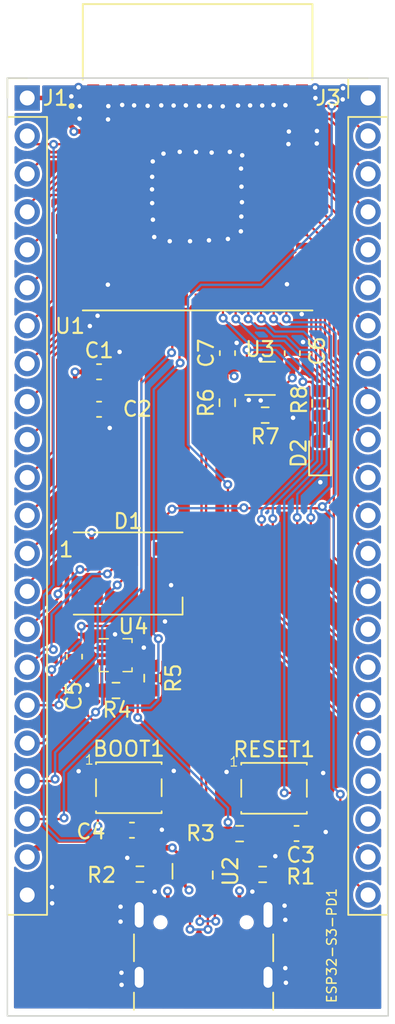
<source format=kicad_pcb>
(kicad_pcb (version 20221018) (generator pcbnew)
  (layers (0 "F.Cu" signal "L1") (1 "In1.Cu" signal "L2") (2 "In2.Cu" signal "L3") (31 "B.Cu" signal "L4") (34 "B.Paste" user) (35 "F.Paste" user) (36 "B.SilkS" user "B.Silkscreen") (37 "F.SilkS" user "F.Silkscreen") (38 "B.Mask" user) (39 "F.Mask" user) (44 "Edge.Cuts" user))
  (net 0 "")
  (net 1 "GND")
  (net 2 "/3V3")
  (net 3 "/ESP32_EN")
  (net 4 "/GPIO0")
  (net 5 "/5VUSB")
  (net 7 "/GPIO48")
  (net 8 "Net-(D2-A)")
  (net 9 "/GPIO1")
  (net 10 "/GPIO2")
  (net 11 "/GPIO3")
  (net 12 "/GPIO4")
  (net 13 "/GPIO5")
  (net 14 "/GPIO6")
  (net 15 "/GPIO7")
  (net 16 "/GPIO8")
  (net 17 "/GPIO9")
  (net 18 "/GPIO10")
  (net 19 "/GPIO11")
  (net 20 "/GPIO12")
  (net 21 "/GPIO13")
  (net 22 "/GPIO14")
  (net 23 "/GPIO15")
  (net 24 "/GPIO16")
  (net 25 "/I2C_SCL")
  (net 26 "/I2C_SDA")
  (net 27 "/GPIO46")
  (net 28 "/GPIO45")
  (net 29 "/RXD")
  (net 30 "/TXD")
  (net 31 "/GPIO42")
  (net 32 "/GPIO41")
  (net 33 "/GPIO40")
  (net 34 "/GPIO39")
  (net 35 "/GPIO38")
  (net 36 "/GPIO37")
  (net 37 "/GPIO36")
  (net 38 "/GPIO35")
  (net 39 "/GPIO34")
  (net 40 "/GPIO33")
  (net 41 "/GPIO26")
  (net 42 "/GPIO21")
  (net 43 "/USB_N")
  (net 44 "/USB_P")
  (net 45 "/GPIO47")
  (net 46 "Net-(JUSB1-CC1)")
  (net 48 "Net-(JUSB1-CC2)")
  (net 50 "Net-(U3-FB)")
  (footprint "Capacitor_SMD:C_0603_1608Metric" (layer "F.Cu") (at 129 83.75 90)
    (fp_text reference "C7")
    (fp_text value "10uF" hide)
  )
  (footprint "Resistor_SMD:R_0603_1608Metric" (layer "F.Cu") (at 121.525 106.33)
    (fp_text reference "R4")
    (fp_text value "10k" hide)
  )
  (footprint "Button_Switch_SMD:SW_SPST_PTS810" (layer "F.Cu") (at 122.385 112.835)
    (fp_text reference "BOOT1")
    (fp_text value "~" hide)
  )
  (footprint "Resistor_SMD:R_0603_1608Metric" (layer "F.Cu") (at 135.2 87.115 -90)
    (fp_text reference "R8")
    (fp_text value "5.1k" hide)
  )
  (footprint "Capacitor_SMD:C_0603_1608Metric" (layer "F.Cu") (at 118.74 104.065 -90)
    (fp_text reference "C5")
    (fp_text value "0.1uF" hide)
  )
  (footprint "ESP32-S3-MINI-1-N8:XCVR_ESP32-S3-MINI-1-N8" (layer "F.Cu") (at 127 73.167)
    (fp_text reference "U1")
    (fp_text value "ESP32-S3-MINI-1-N8" hide)
  )
  (footprint "Capacitor_SMD:C_0603_1608Metric" (layer "F.Cu") (at 120.39 85)
    (fp_text reference "C1")
    (fp_text value "0.1uF" hide)
  )
  (footprint "LED_SMD:LED_WS2812B_PLCC4_5.0x5.0mm_P3.2mm" (layer "F.Cu") (at 122.34 98.5)
    (fp_text reference "D1")
    (fp_text value "WS2812B" hide)
  )
  (footprint "Connector_PinHeader_2.54mm:PinHeader_1x22_P2.54mm_Vertical" (layer "F.Cu") (at 138.43 66.675)
    (fp_text reference "J3")
    (fp_text value "~" hide)
  )
  (footprint "Resistor_SMD:R_0603_1608Metric" (layer "F.Cu") (at 123.13 118.62 180)
    (fp_text reference "R2")
    (fp_text value "5.1k" hide)
  )
  (footprint "Capacitor_SMD:C_0603_1608Metric" (layer "F.Cu") (at 133.635 115.9)
    (fp_text reference "C3")
    (fp_text value "0.1uF" hide)
  )
  (footprint "Capacitor_SMD:C_0603_1608Metric" (layer "F.Cu") (at 122.595 115.68)
    (fp_text reference "C4")
    (fp_text value "0.1uF" hide)
  )
  (footprint "Button_Switch_SMD:SW_SPST_PTS810" (layer "F.Cu") (at 132.125 112.875)
    (fp_text reference "RESET1")
    (fp_text value "~" hide)
  )
  (footprint "LED_SMD:LED_0603_1608Metric" (layer "F.Cu") (at 135.21 90.4475 90)
    (fp_text reference "D2")
    (fp_text value "LED" hide)
  )
  (footprint "Connector_USB:USB_C_Receptacle_GCT_USB4105-xx-A_16P_TopMnt_Horizontal" (layer "F.Cu") (at 127.4 124.45)
    (fp_text reference "JUSB1" hide)
    (fp_text value "USB_C_Receptacle_USB2.0" hide)
  )
  (footprint "Package_SON:WSON-6-1EP_2x2mm_P0.65mm_EP1x1.6mm" (layer "F.Cu") (at 131.1875 85.44)
    (fp_text reference "U3")
    (fp_text value "TLV75801PDRV" hide)
  )
  (footprint "Resistor_SMD:R_0603_1608Metric" (layer "F.Cu") (at 131.36 118.64)
    (fp_text reference "R1")
    (fp_text value "5.1k" hide)
  )
  (footprint "Package_DFN_QFN:Diodes_UDFN-10_1.0x2.5mm_P0.5mm" (layer "F.Cu") (at 126.664107 118.4275 -90)
    (fp_text reference "U2")
    (fp_text value "D3V3XA4B10LP" hide)
  )
  (footprint "Resistor_SMD:R_0603_1608Metric" (layer "F.Cu") (at 123.94 105.505 -90)
    (fp_text reference "R5")
    (fp_text value "10k" hide)
  )
  (footprint "Resistor_SMD:R_0603_1608Metric" (layer "F.Cu") (at 128.99 87.07 90)
    (fp_text reference "R6")
    (fp_text value "1M" hide)
  )
  (footprint "Resistor_SMD:R_0603_1608Metric" (layer "F.Cu") (at 131.53 87.9 180)
    (fp_text reference "R7")
    (fp_text value "200k" hide)
  )
  (footprint "Capacitor_SMD:C_0603_1608Metric" (layer "F.Cu") (at 133.35 83.755 90)
    (fp_text reference "C6")
    (fp_text value "10uF" hide)
  )
  (footprint "Connector_PinHeader_2.54mm:PinHeader_1x22_P2.54mm_Vertical" (layer "F.Cu") (at 115.57 66.675)
    (fp_text reference "J1")
    (fp_text value "~" hide)
  )
  (footprint "Capacitor_SMD:C_0603_1608Metric" (layer "F.Cu") (at 120.39 87.51)
    (fp_text reference "C2")
    (fp_text value "10uF" hide)
  )
  (footprint "Package_DFN_QFN:AMS_QFN-4-1EP_2x2mm_P0.95mm_EP0.7x1.6mm" (layer "F.Cu") (at 121.5 103.965)
    (fp_text reference "U4")
    (fp_text value "ENS210" hide)
  )
  (footprint "Resistor_SMD:R_0603_1608Metric" (layer "F.Cu") (at 129.815 115.91 180)
    (fp_text reference "R3")
    (fp_text value "10k" hide)
  )
  (gr_rect (start 114.24 65.34) (end 139.78 128.11) (stroke (width 0.1)) (fill none) (layer "Edge.Cuts"))
  (gr_text "1" (at 129.08 111.47) (layer "F.SilkS") (effects (font (size 0.635 0.635) (thickness 0.0762) bold) (justify left bottom)))
  (gr_text "ESP32-S3-PD1" (at 136.37 127.31 90) (layer "F.SilkS") (effects (font (size 0.635 0.635) (thickness 0.1016) bold) (justify left bottom)))
  (gr_text "1" (at 119.38 111.34) (layer "F.SilkS") (effects (font (size 0.635 0.635) (thickness 0.0762)) (justify left bottom)))
  (segment (start 135.21 91.235) (end 135.21 92.37) (width 0.254) (layer "F.Cu") (net 1))
  (segment (start 123.39 103.46) (end 122.48 103.46) (width 0.254) (layer "F.Cu") (net 1))
  (segment (start 135.21 92.37) (end 135.23 92.39) (width 0.254) (layer "F.Cu") (net 1))
  (segment (start 133.4 88.08) (end 132.535 88.08) (width 0.254) (layer "F.Cu") (net 1))
  (segment (start 131.1875 86.8775) (end 131.23 86.92) (width 0.254) (layer "F.Cu") (net 1))
  (segment (start 118.74 104.84) (end 118.74 105.09) (width 0.254) (layer "F.Cu") (net 1))
  (segment (start 133.38 83.01) (end 133.35 82.98) (width 0.254) (layer "F.Cu") (net 1))
  (segment (start 124.12 119.79) (end 124.12 120.69) (width 0.254) (layer "F.Cu") (net 1))
  (segment (start 130.05 111.8) (end 128.96 111.8) (width 0.254) (layer "F.Cu") (net 1))
  (segment (start 125.4 111.71) (end 124.51 111.71) (width 0.254) (layer "F.Cu") (net 1))
  (segment (start 120.31 111.76) (end 119.048628 111.76) (width 0.254) (layer "F.Cu") (net 1))
  (segment (start 123.4 115.65) (end 123.37 115.68) (width 0.1524) (layer "F.Cu") (net 1))
  (segment (start 130.67 120.7) (end 130.6 120.77) (width 0.254) (layer "F.Cu") (net 1))
  (segment (start 124.79 100.15) (end 124.79 101.69) (width 0.254) (layer "F.Cu") (net 1))
  (segment (start 131.1875 85.44) (end 131.1875 86.8775) (width 0.254) (layer "F.Cu") (net 1))
  (segment (start 134.2 111.8) (end 135.37 111.8) (width 0.254) (layer "F.Cu") (net 1))
  (segment (start 120.84 88.74) (end 120.78 88.8) (width 0.254) (layer "F.Cu") (net 1))
  (segment (start 129.616676 83.063324) (end 129.528352 82.975) (width 0.254) (layer "F.Cu") (net 1))
  (segment (start 134.51 115.8) (end 134.41 115.9) (width 0.1524) (layer "F.Cu") (net 1))
  (segment (start 124.12 120.69) (end 124.2 120.77) (width 0.254) (layer "F.Cu") (net 1))
  (segment (start 119.048628 111.76) (end 119.019066 111.730438) (width 0.254) (layer "F.Cu") (net 1))
  (segment (start 132.21 118.615) (end 132.185 118.64) (width 0.1524) (layer "F.Cu") (net 1))
  (segment (start 124.6 115.65) (end 123.4 115.65) (width 0.1524) (layer "F.Cu") (net 1))
  (segment (start 132.535 88.08) (end 132.355 87.9) (width 0.254) (layer "F.Cu") (net 1))
  (segment (start 129.528352 82.975) (end 129 82.975) (width 0.254) (layer "F.Cu") (net 1))
  (segment (start 120.84 87.55) (end 120.84 88.74) (width 0.254) (layer "F.Cu") (net 1))
  (segment (start 118.74 105.09) (end 119.61 105.96) (width 0.254) (layer "F.Cu") (net 1))
  (segment (start 132.21 117.42) (end 132.21 118.615) (width 0.1524) (layer "F.Cu") (net 1))
  (segment (start 135.37 111.8) (end 135.42 111.85) (width 0.254) (layer "F.Cu") (net 1))
  (segment (start 128.96 111.8) (end 128.94 111.78) (width 0.254) (layer "F.Cu") (net 1))
  (segment (start 121.44 83.71) (end 121.44 84.44) (width 0.254) (layer "F.Cu") (net 1))
  (segment (start 122.48 103.46) (end 122.45 103.49) (width 0.254) (layer "F.Cu") (net 1))
  (segment (start 121.44 84.44) (end 120.84 85.04) (width 0.254) (layer "F.Cu") (net 1))
  (segment (start 122.28 118.595) (end 122.305 118.62) (width 0.1524) (layer "F.Cu") (net 1))
  (segment (start 130.3 86.09) (end 130.3 86.76) (width 0.254) (layer "F.Cu") (net 1))
  (segment (start 124.51 111.71) (end 124.46 111.76) (width 0.254) (layer "F.Cu") (net 1))
  (segment (start 130.3 86.76) (end 130.43 86.89) (width 0.254) (layer "F.Cu") (net 1))
  (segment (start 135.59 115.8) (end 134.51 115.8) (width 0.1524) (layer "F.Cu") (net 1))
  (segment (start 124.79 101.69) (end 124.81 101.71) (width 0.254) (layer "F.Cu") (net 1))
  (segment (start 130.67 119.79) (end 130.67 120.7) (width 0.254) (layer "F.Cu") (net 1))
  (segment (start 134.07 83.01) (end 133.38 83.01) (width 0.254) (layer "F.Cu") (net 1))
  (segment (start 122.28 117.53) (end 122.28 118.595) (width 0.1524) (layer "F.Cu") (net 1))
  (via (at 125.13 76.26) (size 0.604799) (drill 0.299999) (layers "F.Cu" "B.Cu") (net 1))
  (via (at 121.105 88.76) (size 0.604799) (drill 0.299999) (layers "F.Cu" "B.Cu") (net 1))
  (via (at 121.9 126.03) (size 0.604799) (drill 0.299999) (layers "F.Cu" "B.Cu") (net 1))
  (via (at 126.21 67.17) (size 0.604799) (drill 0.299999) (layers "F.Cu" "B.Cu") (net 1))
  (via (at 119.019066 111.730438) (size 0.604799) (drill 0.299999) (layers "F.Cu" "B.Cu") (net 1))
  (via (at 132.83 120.73) (size 0.604799) (drill 0.299999) (layers "F.Cu" "B.Cu") (net 1))
  (via (at 129.97 73.65) (size 0.604799) (drill 0.299999) (layers "F.Cu" "B.Cu") (net 1))
  (via (at 123.39 103.46) (size 0.604799) (drill 0.299999) (layers "F.Cu" "B.Cu") (net 1))
  (via (at 120.29 81.25) (size 0.604799) (drill 0.299999) (layers "F.Cu" "B.Cu") (net 1))
  (via (at 119.61 105.96) (size 0.604799) (drill 0.299999) (layers "F.Cu" "B.Cu") (net 1))
  (via (at 133.98 81.14) (size 0.604799) (drill 0.299999) (layers "F.Cu" "B.Cu") (net 1))
  (via (at 132.09 67.14) (size 0.604799) (drill 0.299999) (layers "F.Cu" "B.Cu") (net 1))
  (via (at 130.43 86.89) (size 0.604799) (drill 0.299999) (layers "F.Cu" "B.Cu") (net 1))
  (via (at 126.49 76.26) (size 0.604799) (drill 0.299999) (layers "F.Cu" "B.Cu") (net 1))
  (via (at 124.12 119.79) (size 0.604799) (drill 0.299999) (layers "F.Cu" "B.Cu") (net 1))
  (via (at 121.83 120.8) (size 0.604799) (drill 0.299999) (layers "F.Cu" "B.Cu") (net 1))
  (via (at 132.21 117.42) (size 0.604799) (drill 0.299999) (layers "F.Cu" "B.Cu") (net 1))
  (via (at 136.75 66.02) (size 0.604799) (drill 0.299999) (layers "F.Cu" "B.Cu") (net 1))
  (via (at 119.1 67.22) (size 0.604799) (drill 0.299999) (layers "F.Cu" "B.Cu") (net 1))
  (via (at 127.098021 67.197065) (size 0.604799) (drill 0.299999) (layers "F.Cu" "B.Cu") (net 1))
  (via (at 124 74.82) (size 0.604799) (drill 0.299999) (layers "F.Cu" "B.Cu") (net 1))
  (via (at 125.39 67.18) (size 0.604799) (drill 0.299999) (layers "F.Cu" "B.Cu") (net 1))
  (via (at 120.99 68.11) (size 0.604799) (drill 0.299999) (layers "F.Cu" "B.Cu") (net 1))
  (via (at 131.33 67.18) (size 0.604799) (drill 0.299999) (layers "F.Cu" "B.Cu") (net 1))
  (via (at 121.01 67.22) (size 0.604799) (drill 0.299999) (layers "F.Cu" "B.Cu") (net 1))
  (via (at 129.99 70.51) (size 0.604799) (drill 0.299999) (layers "F.Cu" "B.Cu") (net 1))
  (via (at 132.89 67.16) (size 0.604799) (drill 0.299999) (layers "F.Cu" "B.Cu") (net 1))
  (via (at 119.01 65.96) (size 0.604799) (drill 0.299999) (layers "F.Cu" "B.Cu") (net 1))
  (via (at 129.94 72.61) (size 0.604799) (drill 0.299999) (layers "F.Cu" "B.Cu") (net 1))
  (via (at 135 68.88) (size 0.604799) (drill 0.299999) (layers "F.Cu" "B.Cu") (net 1))
  (via (at 124.71 70.4) (size 0.604799) (drill 0.299999) (layers "F.Cu" "B.Cu") (net 1))
  (via (at 121.83 121.8) (size 0.604799) (drill 0.299999) (layers "F.Cu" "B.Cu") (net 1))
  (via (at 127.94 70.33) (size 0.604799) (drill 0.299999) (layers "F.Cu" "B.Cu") (net 1))
  (via (at 134.88 65.98) (size 0.604799) (drill 0.299999) (layers "F.Cu" "B.Cu") (net 1))
  (via (at 124.56 67.17) (size 0.604799) (drill 0.299999) (layers "F.Cu" "B.Cu") (net 1))
  (via (at 130.67 119.79) (size 0.604799) (drill 0.299999) (layers "F.Cu" "B.Cu") (net 1))
  (via (at 124.09 75.98) (size 0.604799) (drill 0.299999) (layers "F.Cu" "B.Cu") (net 1))
  (via (at 133.09 69.76) (size 0.604799) (drill 0.299999) (layers "F.Cu" "B.Cu") (net 1))
  (via (at 122.28 117.53) (size 0.604799) (drill 0.299999) (layers "F.Cu" "B.Cu") (net 1))
  (via (at 123.95 71.95) (size 0.604799) (drill 0.299999) (layers "F.Cu" "B.Cu") (net 1))
  (via (at 133.4 88.08) (size 0.604799) (drill 0.299999) (layers "F.Cu" "B.Cu") (net 1))
  (via (at 125.4 111.71) (size 0.604799) (drill 0.299999) (layers "F.Cu" "B.Cu") (net 1))
  (via (at 117.23 119.48) (size 0.604799) (drill 0.299999) (layers "F.Cu" "B.Cu") (net 1))
  (via (at 121.46 102.57) (size 0.604799) (drill 0.299999) (layers "F.Cu" "B.Cu") (net 1))
  (via (at 134.07 83.01) (size 0.604799) (drill 0.299999) (layers "F.Cu" "B.Cu") (net 1))
  (via (at 129.9 75.6) (size 0.604799) (drill 0.299999) (layers "F.Cu" "B.Cu") (net 1))
  (via (at 132.88 121.68) (size 0.604799) (drill 0.299999) (layers "F.Cu" "B.Cu") (net 1))
  (via (at 136.73 66.77) (size 0.604799) (drill 0.299999) (layers "F.Cu" "B.Cu") (net 1))
  (via (at 129.71 67.18) (size 0.604799) (drill 0.299999) (layers "F.Cu" "B.Cu") (net 1))
  (via (at 132.92 125.89) (size 0.604799) (drill 0.299999) (layers "F.Cu" "B.Cu") (net 1))
  (via (at 125.22 99.28) (size 0.604799) (drill 0.299999) (layers "F.Cu" "B.Cu") (net 1))
  (via (at 128.685575 67.235598) (size 0.604799) (drill 0.299999) (layers "F.Cu" "B.Cu") (net 1))
  (via (at 129.93 74.61) (size 0.604799) (drill 0.299999) (layers "F.Cu" "B.Cu") (net 1))
  (via (at 127.76 76.2) (size 0.604799) (drill 0.299999) (layers "F.Cu" "B.Cu") (net 1))
  (via (at 123.94 72.79) (size 0.604799) (drill 0.299999) (layers "F.Cu" "B.Cu") (net 1))
  (via (at 135.23 92.39) (size 0.604799) (drill 0.299999) (layers "F.Cu" "B.Cu") (net 1))
  (via (at 124.81 101.71) (size 0.604799) (drill 0.299999) (layers "F.Cu" "B.Cu") (net 1))
  (via (at 124.6 115.65) (size 0.604799) (drill 0.299999) (layers "F.Cu" "B.Cu") (net 1))
  (via (at 123.645478 67.197065) (size 0.604799) (drill 0.299999) (layers "F.Cu" "B.Cu") (net 1))
  (via (at 126.89 70.29) (size 0.604799) (drill 0.299999) (layers "F.Cu" "B.Cu") (net 1))
  (via (at 121.89 125.22) (size 0.604799) (drill 0.299999) (layers "F.Cu" "B.Cu") (net 1))
  (via (at 121.94 67.14) (size 0.604799) (drill 0.299999) (layers "F.Cu" "B.Cu") (net 1))
  (via (at 119.08 68.06) (size 0.604799) (drill 0.299999) (layers "F.Cu" "B.Cu") (net 1))
  (via (at 129.03 76.11) (size 0.604799) (drill 0.299999) (layers "F.Cu" "B.Cu") (net 1))
  (via (at 131.23 86.92) (size 0.604799) (drill 0.299999) (layers "F.Cu" "B.Cu") (net 1))
  (via (at 129.91 71.4) (size 0.604799) (drill 0.299999) (layers "F.Cu" "B.Cu") (net 1))
  (via (at 129.16 70.28) (size 0.604799) (drill 0.299999) (layers "F.Cu" "B.Cu") (net 1))
  (via (at 122.74 67.17) (size 0.604799) (drill 0.299999) (layers "F.Cu" "B.Cu") (net 1))
  (via (at 117.24 120.57) (size 0.604799) (drill 0.299999) (layers "F.Cu" "B.Cu") (net 1))
  (via (at 125.8 70.28) (size 0.604799) (drill 0.299999) (layers "F.Cu" "B.Cu") (net 1))
  (via (at 123.95 73.71) (size 0.604799) (drill 0.299999) (layers "F.Cu" "B.Cu") (net 1))
  (via (at 131.21 84.17) (size 0.604799) (drill 0.299999) (layers "F.Cu" "B.Cu") (net 1))
  (via (at 132.88 124.91) (size 0.604799) (drill 0.299999) (layers "F.Cu" "B.Cu") (net 1))
  (via (at 132.99 79.14) (size 0.604799) (drill 0.299999) (layers "F.Cu" "B.Cu") (net 1))
  (via (at 128.94 111.78) (size 0.604799) (drill 0.299999) (layers "F.Cu" "B.Cu") (net 1))
  (via (at 119.77 81.94) (size 0.604799) (drill 0.299999) (layers "F.Cu" "B.Cu") (net 1))
  (via (at 127.822439 67.227891) (size 0.604799) (drill 0.299999) (layers "F.Cu" "B.Cu") (net 1))
  (via (at 130.519739 67.173945) (size 0.604799) (drill 0.299999) (layers "F.Cu" "B.Cu") (net 1))
  (via (at 120.98 79.17) (size 0.604799) (drill 0.299999) (layers "F.Cu" "B.Cu") (net 1))
  (via (at 134.99 69.72) (size 0.604799) (drill 0.299999) (layers "F.Cu" "B.Cu") (net 1))
  (via (at 118.53 66.57) (size 0.604799) (drill 0.299999) (layers "F.Cu" "B.Cu") (net 1))
  (via (at 135.42 111.85) (size 0.604799) (drill 0.299999) (layers "F.Cu" "B.Cu") (net 1))
  (via (at 123.99 70.92) (size 0.604799) (drill 0.299999) (layers "F.Cu" "B.Cu") (net 1))
  (via (at 133.12 68.92) (size 0.604799) (drill 0.299999) (layers "F.Cu" "B.Cu") (net 1))
  (via (at 134.9 66.68) (size 0.604799) (drill 0.299999) (layers "F.Cu" "B.Cu") (net 1))
  (via (at 135.59 115.8) (size 0.604799) (drill 0.299999) (layers "F.Cu" "B.Cu") (net 1))
  (via (at 129.616676 83.063324) (size 0.604799) (drill 0.299999) (layers "F.Cu" "B.Cu") (net 1))
  (via (at 121.765 83.67) (size 0.604799) (drill 0.299999) (layers "F.Cu" "B.Cu") (net 1))
  (segment (start 118.24 97.17) (end 118.24 102.79) (width 0.3048) (layer "F.Cu") (net 2))
  (segment (start 130.3 83.55) (end 130.31 83.54) (width 0.1524) (layer "F.Cu") (net 2))
  (segment (start 118.94 103.49) (end 118.74 103.29) (width 0.1524) (layer "F.Cu") (net 2))
  (segment (start 118.74 103.29) (end 118.06 103.29) (width 0.1524) (layer "F.Cu") (net 2))
  (segment (start 134.578632 85.668632) (end 135.2 86.29) (width 0.1524) (layer "F.Cu") (net 2))
  (segment (start 119.89 96.85) (end 118.56 96.85) (width 0.3048) (layer "F.Cu") (net 2))
  (segment (start 119.26 85.01) (end 119.29 85.04) (width 0.3048) (layer "F.Cu") (net 2))
  (segment (start 119.89 96.85) (end 119.89 95.76) (width 0.3048) (layer "F.Cu") (net 2))
  (segment (start 117.85 105.2) (end 119.628217 106.978217) (width 0.1524) (layer "F.Cu") (net 2))
  (segment (start 119.628217 106.978217) (end 119.628217 107.995572) (width 0.1524) (layer "F.Cu") (net 2))
  (segment (start 122.98 106.96) (end 122.35 106.33) (width 0.1524) (layer "F.Cu") (net 2))
  (segment (start 116.641 66.675) (end 118.883 68.917) (width 0.3048) (layer "F.Cu") (net 2))
  (segment (start 118.56 96.85) (end 118.24 97.17) (width 0.3048) (layer "F.Cu") (net 2))
  (segment (start 119.628217 107.995572) (end 119.937781 108.305136) (width 0.1524) (layer "F.Cu") (net 2))
  (segment (start 122.98 108.14) (end 122.98 106.96) (width 0.1524) (layer "F.Cu") (net 2))
  (segment (start 118.78 85.01) (end 119.26 85.01) (width 0.3048) (layer "F.Cu") (net 2))
  (segment (start 118.883 68.917) (end 120 68.917) (width 0.3048) (layer "F.Cu") (net 2))
  (segment (start 120.374864 108.305136) (end 122.35 106.33) (width 0.1524) (layer "F.Cu") (net 2))
  (segment (start 118.24 102.79) (end 118.74 103.29) (width 0.3048) (layer "F.Cu") (net 2))
  (segment (start 129.04 115.15) (end 129.04 115.86) (width 0.1524) (layer "F.Cu") (net 2))
  (segment (start 122.35 106.33) (end 123.94 106.33) (width 0.1524) (layer "F.Cu") (net 2))
  (segment (start 115.57 66.675) (end 116.641 66.675) (width 0.3048) (layer "F.Cu") (net 2))
  (segment (start 129.04 115.86) (end 128.99 115.91) (width 0.1524) (layer "F.Cu") (net 2))
  (segment (start 120.55 103.49) (end 118.94 103.49) (width 0.1524) (layer "F.Cu") (net 2))
  (segment (start 134.058426 85.668632) (end 134.578632 85.668632) (width 0.1524) (layer "F.Cu") (net 2))
  (segment (start 117.85 103.5) (end 117.85 105.2) (width 0.1524) (layer "F.Cu") (net 2))
  (segment (start 129 84.844832) (end 129 84.525) (width 0.3048) (layer "F.Cu") (net 2))
  (segment (start 118.78 87.04) (end 119.29 87.55) (width 0.3048) (layer "F.Cu") (net 2))
  (segment (start 119.937781 108.305136) (end 120.374864 108.305136) (width 0.1524) (layer "F.Cu") (net 2))
  (segment (start 129 86.235) (end 129 84.525) (width 0.1524) (layer "F.Cu") (net 2))
  (segment (start 130.3 84.79) (end 130.3 83.55) (width 0.1524) (layer "F.Cu") (net 2))
  (segment (start 118.06 103.29) (end 117.85 103.5) (width 0.1524) (layer "F.Cu") (net 2))
  (segment (start 129.44926 85.294092) (end 129 84.844832) (width 0.3048) (layer "F.Cu") (net 2))
  (segment (start 128.99 86.245) (end 129 86.235) (width 0.1524) (layer "F.Cu") (net 2))
  (segment (start 130.3 84.79) (end 129.265 84.79) (width 0.39116) (layer "F.Cu") (net 2))
  (segment (start 118.78 85.01) (end 118.78 87.04) (width 0.3048) (layer "F.Cu") (net 2))
  (segment (start 129.265 84.79) (end 129 84.525) (width 0.39116) (layer "F.Cu") (net 2))
  (via (at 122.98 108.14) (size 0.604799) (drill 0.299999) (layers "F.Cu" "B.Cu") (net 2))
  (via (at 118.7 68.92) (size 0.604799) (drill 0.299999) (layers "F.Cu" "B.Cu") (net 2))
  (via (at 118.78 85.01) (size 0.604799) (drill 0.299999) (layers "F.Cu" "B.Cu") (net 2))
  (via (at 129.44926 85.294092) (size 0.604799) (drill 0.299999) (layers "F.Cu" "B.Cu") (net 2))
  (via (at 129.04 115.15) (size 0.604799) (drill 0.299999) (layers "F.Cu" "B.Cu") (net 2))
  (via (at 134.058426 85.668632) (size 0.604799) (drill 0.299999) (layers "F.Cu" "B.Cu") (net 2))
  (via (at 119.89 95.76) (size 0.604799) (drill 0.299999) (layers "F.Cu" "B.Cu") (net 2))
  (via (at 130.31 83.54) (size 0.604799) (drill 0.299999) (layers "F.Cu" "B.Cu") (net 2))
  (segment (start 134.058426 85.348426) (end 132.25 83.54) (width 0.1524) (layer "B.Cu") (net 2))
  (segment (start 134.058426 85.668632) (end 134.058426 85.348426) (width 0.1524) (layer "B.Cu") (net 2))
  (segment (start 129.04 115.15) (end 129.04 114.2) (width 0.1524) (layer "B.Cu") (net 2))
  (segment (start 129.04 114.2) (end 122.98 108.14) (width 0.1524) (layer "B.Cu") (net 2))
  (segment (start 132.25 83.54) (end 130.31 83.54) (width 0.1524) (layer "B.Cu") (net 2))
  (segment (start 130.05 113.95) (end 128.411541 112.311541) (width 0.1524) (layer "F.Cu") (net 3))
  (segment (start 134.2 113.95) (end 130.05 113.95) (width 0.1524) (layer "F.Cu") (net 3))
  (segment (start 129.03 92.55) (end 129.02 92.54) (width 0.1524) (layer "F.Cu") (net 3))
  (segment (start 132.86 115.9) (end 130.91 113.95) (width 0.1524) (layer "F.Cu") (net 3))
  (segment (start 138.43 69.215) (end 136.432 67.217) (width 0.1524) (layer "F.Cu") (net 3))
  (segment (start 128.411541 111.561105) (end 129.03 110.942646) (width 0.1524) (layer "F.Cu") (net 3))
  (segment (start 130.91 113.95) (end 130.05 113.95) (width 0.1524) (layer "F.Cu") (net 3))
  (segment (start 130.64 115.91) (end 130.05 115.32) (width 0.1524) (layer "F.Cu") (net 3))
  (segment (start 135.99 67.217) (end 134 67.217) (width 0.1524) (layer "F.Cu") (net 3))
  (segment (start 129.03 110.942646) (end 129.03 92.55) (width 0.1524) (layer "F.Cu") (net 3))
  (segment (start 128.411541 112.311541) (end 128.411541 111.561105) (width 0.1524) (layer "F.Cu") (net 3))
  (segment (start 130.05 115.32) (end 130.05 113.95) (width 0.1524) (layer "F.Cu") (net 3))
  (segment (start 136.432 67.217) (end 135.99 67.217) (width 0.1524) (layer "F.Cu") (net 3))
  (via (at 135.99 67.217) (size 0.604799) (drill 0.299999) (layers "F.Cu" "B.Cu") (net 3))
  (via (at 129.02 92.54) (size 0.604799) (drill 0.299999) (layers "F.Cu" "B.Cu") (net 3))
  (segment (start 135.99 74.45) (end 135.99 67.217) (width 0.1524) (layer "B.Cu") (net 3))
  (segment (start 127.23 79.18) (end 131.26 79.18) (width 0.1524) (layer "B.Cu") (net 3))
  (segment (start 129.02 92.54) (end 126.356387 89.876387) (width 0.1524) (layer "B.Cu") (net 3))
  (segment (start 126.356387 80.053613) (end 127.23 79.18) (width 0.1524) (layer "B.Cu") (net 3))
  (segment (start 126.356387 89.876387) (end 126.356387 80.053613) (width 0.1524) (layer "B.Cu") (net 3))
  (segment (start 131.26 79.18) (end 135.99 74.45) (width 0.1524) (layer "B.Cu") (net 3))
  (segment (start 120.31 113.91) (end 120.31 115.41) (width 0.1524) (layer "F.Cu") (net 4))
  (segment (start 116.122 69.767) (end 117.327 69.767) (width 0.1524) (layer "F.Cu") (net 4))
  (segment (start 117.327 69.767) (end 117.34 69.78) (width 0.1524) (layer "F.Cu") (net 4))
  (segment (start 121.82 115.68) (end 121.82 115.42) (width 0.1524) (layer "F.Cu") (net 4))
  (segment (start 121.82 115.42) (end 120.31 113.91) (width 0.1524) (layer "F.Cu") (net 4))
  (segment (start 124.46 113.91) (end 120.31 113.91) (width 0.1524) (layer "F.Cu") (net 4))
  (segment (start 115.57 69.215) (end 116.122 69.767) (width 0.1524) (layer "F.Cu") (net 4))
  (segment (start 117.34 69.78) (end 117.353 69.767) (width 0.1524) (layer "F.Cu") (net 4))
  (segment (start 117.353 69.767) (end 120 69.767) (width 0.1524) (layer "F.Cu") (net 4))
  (via (at 120.31 115.41) (size 0.604799) (drill 0.299999) (layers "F.Cu" "B.Cu") (net 4))
  (via (at 117.34 69.78) (size 0.604799) (drill 0.299999) (layers "F.Cu" "B.Cu") (net 4))
  (segment (start 117.34 69.78) (end 117.34 99.28) (width 0.1524) (layer "B.Cu") (net 4))
  (segment (start 117.34 99.28) (end 116.68 99.94) (width 0.1524) (layer "B.Cu") (net 4))
  (segment (start 119.35 116.37) (end 120.31 115.41) (width 0.1524) (layer "B.Cu") (net 4))
  (segment (start 117.75 116.37) (end 119.35 116.37) (width 0.1524) (layer "B.Cu") (net 4))
  (segment (start 116.68 99.94) (end 116.68 115.3) (width 0.1524) (layer "B.Cu") (net 4))
  (segment (start 116.68 115.3) (end 117.75 116.37) (width 0.1524) (layer "B.Cu") (net 4))
  (segment (start 116.068859 116.976141) (end 115.57 117.475) (width 0.2032) (layer "F.Cu") (net 5))
  (segment (start 129.8 119.74142) (end 129.8 120.77) (width 0.254) (layer "F.Cu") (net 5))
  (segment (start 126.164107 118.815) (end 126.164107 119.428199) (width 0.2032) (layer "F.Cu") (net 5))
  (segment (start 126.164107 118.04) (end 126.164107 118.815) (width 0.2032) (layer "F.Cu") (net 5))
  (segment (start 125.3 116.86) (end 126.164107 117.724107) (width 0.2032) (layer "F.Cu") (net 5))
  (segment (start 132.075 84.79) (end 133.09 84.79) (width 0.39116) (layer "F.Cu") (net 5))
  (segment (start 125.3 116.86) (end 116.185 116.86) (width 0.381) (layer "F.Cu") (net 5))
  (segment (start 125 119.77024) (end 124.97988 119.75012) (width 0.1524) (layer "F.Cu") (net 5))
  (segment (start 132.075 86.09) (end 132.67 86.09) (width 0.1524) (layer "F.Cu") (net 5))
  (segment (start 133.09 84.79) (end 133.35 84.53) (width 0.39116) (layer "F.Cu") (net 5))
  (segment (start 132.67 86.09) (end 133.35 85.41) (width 0.1524) (layer "F.Cu") (net 5))
  (segment (start 133.35 85.41) (end 133.35 84.53) (width 0.39116) (layer "F.Cu") (net 5))
  (segment (start 126.164107 117.724107) (end 126.164107 118.04) (width 0.2032) (layer "F.Cu") (net 5))
  (segment (start 125 120.77) (end 125 119.77024) (width 0.254) (layer "F.Cu") (net 5))
  (segment (start 126.164107 119.428199) (end 126.421627 119.685719) (width 0.2032) (layer "F.Cu") (net 5))
  (segment (start 116.185 116.86) (end 116.068859 116.976141) (width 0.381) (layer "F.Cu") (net 5))
  (segment (start 129.81 119.73142) (end 129.8 119.74142) (width 0.254) (layer "F.Cu") (net 5))
  (via (at 126.421627 119.685719) (size 0.604799) (drill 0.299999) (layers "F.Cu" "B.Cu") (net 5))
  (via (at 124.97988 119.75012) (size 0.604799) (drill 0.299999) (layers "F.Cu" "B.Cu") (net 5))
  (via (at 133.35 85.41) (size 0.604799) (drill 0.299999) (layers "F.Cu" "B.Cu") (net 5))
  (via (at 125.3 116.86) (size 0.604799) (drill 0.299999) (layers "F.Cu" "B.Cu") (net 5))
  (via (at 129.81 119.73142) (size 0.604799) (drill 0.299999) (layers "F.Cu" "B.Cu") (net 5))
  (segment (start 125.28 94.23) (end 125.28 94.19) (width 0.1524) (layer "F.Cu") (net 7))
  (segment (start 124.79 96.85) (end 124.79 94.72) (width 0.1524) (layer "F.Cu") (net 7))
  (segment (start 135.31 94.13) (end 130.13 94.13) (width 0.1524) (layer "F.Cu") (net 7))
  (segment (start 124.79 94.72) (end 125.28 94.23) (width 0.1524) (layer "F.Cu") (net 7))
  (segment (start 136.57 113.27) (end 136.57 115.615) (width 0.1524) (layer "F.Cu") (net 7))
  (segment (start 132.95 81.46) (end 132.95 80.167) (width 0.1524) (layer "F.Cu") (net 7))
  (segment (start 136.57 115.615) (end 138.43 117.475) (width 0.1524) (layer "F.Cu") (net 7))
  (segment (start 130.13 94.13) (end 130.1 94.1) (width 0.1524) (layer "F.Cu") (net 7))
  (via (at 132.95 81.46) (size 0.604799) (drill 0.299999) (layers "F.Cu" "B.Cu") (net 7))
  (via (at 130.1 94.1) (size 0.604799) (drill 0.299999) (layers "F.Cu" "B.Cu") (net 7))
  (via (at 136.57 113.27) (size 0.604799) (drill 0.299999) (layers "F.Cu" "B.Cu") (net 7))
  (via (at 125.28 94.19) (size 0.604799) (drill 0.299999) (layers "F.Cu" "B.Cu") (net 7))
  (via (at 135.36 94.02) (size 0.604799) (drill 0.299999) (layers "F.Cu" "B.Cu") (net 7))
  (segment (start 133.1762 81.6862) (end 135.5062 81.6862) (width 0.1524) (layer "B.Cu") (net 7))
  (segment (start 132.95 81.46) (end 133.1762 81.6862) (width 0.1524) (layer "B.Cu") (net 7))
  (segment (start 135.36 94.02) (end 136.11846 94.77846) (width 0.1524) (layer "B.Cu") (net 7))
  (segment (start 136.11846 94.77846) (end 136.11846 112.81846) (width 0.1524) (layer "B.Cu") (net 7))
  (segment (start 136.25 93.19) (end 135.42 94.02) (width 0.1524) (layer "B.Cu") (net 7))
  (segment (start 135.5062 81.6862) (end 136.25 82.43) (width 0.1524) (layer "B.Cu") (net 7))
  (segment (start 136.25 82.43) (end 136.25 93.19) (width 0.1524) (layer "B.Cu") (net 7))
  (segment (start 135.42 94.02) (end 135.36 94.02) (width 0.1524) (layer "B.Cu") (net 7))
  (segment (start 136.11846 112.81846) (end 136.57 113.27) (width 0.1524) (layer "B.Cu") (net 7))
  (segment (start 130.07 94.13) (end 125.38 94.13) (width 0.1524) (layer "B.Cu") (net 7))
  (segment (start 135.2 89.65) (end 135.21 89.66) (width 0.1524) (layer "F.Cu") (net 8))
  (segment (start 135.2 87.94) (end 135.2 89.65) (width 0.1524) (layer "F.Cu") (net 8))
  (segment (start 115.57 71.755) (end 116.708 70.617) (width 0.1524) (layer "F.Cu") (net 9))
  (segment (start 116.708 70.617) (end 120 70.617) (width 0.1524) (layer "F.Cu") (net 9))
  (segment (start 118.023 71.467) (end 120 71.467) (width 0.1524) (layer "F.Cu") (net 10))
  (segment (start 115.57 73.92) (end 118.023 71.467) (width 0.1524) (layer "F.Cu") (net 10))
  (segment (start 115.57 74.295) (end 115.57 73.92) (width 0.1524) (layer "F.Cu") (net 10))
  (segment (start 116.66 75.745) (end 115.57 76.835) (width 0.1524) (layer "F.Cu") (net 11))
  (segment (start 117.60046 72.317) (end 116.66 73.25746) (width 0.1524) (layer "F.Cu") (net 11))
  (segment (start 120 72.317) (end 117.60046 72.317) (width 0.1524) (layer "F.Cu") (net 11))
  (segment (start 116.66 73.25746) (end 116.66 75.745) (width 0.1524) (layer "F.Cu") (net 11))
  (segment (start 117.17792 73.167) (end 120 73.167) (width 0.1524) (layer "F.Cu") (net 12))
  (segment (start 116.96226 73.38266) (end 117.17792 73.167) (width 0.1524) (layer "F.Cu") (net 12))
  (segment (start 115.57 79.375) (end 116.96226 77.98274) (width 0.1524) (layer "F.Cu") (net 12))
  (segment (start 116.96226 77.98274) (end 116.96226 73.38266) (width 0.1524) (layer "F.Cu") (net 12))
  (segment (start 117.26452 74.37548) (end 117.623 74.017) (width 0.1524) (layer "F.Cu") (net 13))
  (segment (start 115.57 81.915) (end 117.26452 80.22048) (width 0.1524) (layer "F.Cu") (net 13))
  (segment (start 117.623 74.017) (end 120 74.017) (width 0.1524) (layer "F.Cu") (net 13))
  (segment (start 117.26452 80.22048) (end 117.26452 74.37548) (width 0.1524) (layer "F.Cu") (net 13))
  (segment (start 118.863 74.867) (end 120 74.867) (width 0.1524) (layer "F.Cu") (net 14))
  (segment (start 117.56678 82.45822) (end 117.56678 76.16322) (width 0.1524) (layer "F.Cu") (net 14))
  (segment (start 115.57 84.455) (end 117.56678 82.45822) (width 0.1524) (layer "F.Cu") (net 14))
  (segment (start 117.56678 76.16322) (end 118.863 74.867) (width 0.1524) (layer "F.Cu") (net 14))
  (segment (start 117.86904 76.57096) (end 118.723 75.717) (width 0.1524) (layer "F.Cu") (net 15))
  (segment (start 117.86904 82.58342) (end 117.86904 76.57096) (width 0.1524) (layer "F.Cu") (net 15))
  (segment (start 116.64606 85.91894) (end 116.64606 83.8064) (width 0.1524) (layer "F.Cu") (net 15))
  (segment (start 118.723 75.717) (end 120 75.717) (width 0.1524) (layer "F.Cu") (net 15))
  (segment (start 116.64606 83.8064) (end 117.86904 82.58342) (width 0.1524) (layer "F.Cu") (net 15))
  (segment (start 115.57 86.995) (end 116.64606 85.91894) (width 0.1524) (layer "F.Cu") (net 15))
  (segment (start 118.1713 82.70862) (end 116.95 83.92992) (width 0.1524) (layer "F.Cu") (net 16))
  (segment (start 120 76.567) (end 118.5543 76.567) (width 0.1524) (layer "F.Cu") (net 16))
  (segment (start 116.95 83.92992) (end 116.95 88.155) (width 0.1524) (layer "F.Cu") (net 16))
  (segment (start 118.5543 76.567) (end 118.1713 76.95) (width 0.1524) (layer "F.Cu") (net 16))
  (segment (start 118.1713 76.95) (end 118.1713 82.70862) (width 0.1524) (layer "F.Cu") (net 16))
  (segment (start 116.95 88.155) (end 115.57 89.535) (width 0.1524) (layer "F.Cu") (net 16))
  (segment (start 118.76656 77.417) (end 118.47356 77.71) (width 0.1524) (layer "F.Cu") (net 17))
  (segment (start 117.28 84.03) (end 117.28 90.365) (width 0.1524) (layer "F.Cu") (net 17))
  (segment (start 117.28 90.365) (end 115.57 92.075) (width 0.1524) (layer "F.Cu") (net 17))
  (segment (start 120 77.417) (end 118.76656 77.417) (width 0.1524) (layer "F.Cu") (net 17))
  (segment (start 118.47356 77.71) (end 118.47356 82.83644) (width 0.1524) (layer "F.Cu") (net 17))
  (segment (start 118.47356 82.83644) (end 117.28 84.03) (width 0.1524) (layer "F.Cu") (net 17))
  (segment (start 117.58226 84.19) (end 117.58226 92.60274) (width 0.1524) (layer "F.Cu") (net 18))
  (segment (start 120 78.267) (end 119.8 78.267) (width 0.1524) (layer "F.Cu") (net 18))
  (segment (start 118.77582 82.99644) (end 117.58226 84.19) (width 0.1524) (layer "F.Cu") (net 18))
  (segment (start 117.58226 92.60274) (end 115.57 94.615) (width 0.1524) (layer "F.Cu") (net 18))
  (segment (start 119.8 78.267) (end 118.77582 79.29118) (width 0.1524) (layer "F.Cu") (net 18))
  (segment (start 118.77582 79.29118) (end 118.77582 82.99644) (width 0.1524) (layer "F.Cu") (net 18))
  (segment (start 117.88452 94.84048) (end 115.57 97.155) (width 0.1524) (layer "F.Cu") (net 19))
  (segment (start 119.07808 83.21644) (end 117.88452 84.41) (width 0.1524) (layer "F.Cu") (net 19))
  (segment (start 119.07808 79.83892) (end 119.07808 83.21644) (width 0.1524) (layer "F.Cu") (net 19))
  (segment (start 120 79.117) (end 119.8 79.117) (width 0.1524) (layer "F.Cu") (net 19))
  (segment (start 119.8 79.117) (end 119.07808 79.83892) (width 0.1524) (layer "F.Cu") (net 19))
  (segment (start 117.88452 84.41) (end 117.88452 94.84048) (width 0.1524) (layer "F.Cu") (net 19))
  (segment (start 118.18678 84.85) (end 118.18678 96.61322) (width 0.1524) (layer "F.Cu") (net 20))
  (segment (start 121.05 81.98678) (end 118.18678 84.85) (width 0.1524) (layer "F.Cu") (net 20))
  (segment (start 115.57 99.23) (end 115.57 99.695) (width 0.1524) (layer "F.Cu") (net 20))
  (segment (start 121.05 80.167) (end 121.05 81.98678) (width 0.1524) (layer "F.Cu") (net 20))
  (segment (start 118.18678 96.61322) (end 115.57 99.23) (width 0.1524) (layer "F.Cu") (net 20))
  (segment (start 122.32 81.64) (end 122.32 96.07212) (width 0.1524) (layer "F.Cu") (net 21))
  (segment (start 121.9 81.22) (end 122.32 81.64) (width 0.1524) (layer "F.Cu") (net 21))
  (segment (start 121.9 80.167) (end 121.9 81.22) (width 0.1524) (layer "F.Cu") (net 21))
  (segment (start 117.635841 99.87) (end 117.635841 100.169159) (width 0.1524) (layer "F.Cu") (net 21))
  (segment (start 122.32 96.07212) (end 120.16212 98.23) (width 0.1524) (layer "F.Cu") (net 21))
  (segment (start 120.16212 98.23) (end 119.11 98.23) (width 0.1524) (layer "F.Cu") (net 21))
  (segment (start 117.635841 100.169159) (end 115.57 102.235) (width 0.1524) (layer "F.Cu") (net 21))
  (via (at 117.635841 99.87) (size 0.604799) (drill 0.299999) (layers "F.Cu" "B.Cu") (net 21))
  (via (at 119.11 98.23) (size 0.604799) (drill 0.299999) (layers "F.Cu" "B.Cu") (net 21))
  (segment (start 117.635841 99.87) (end 117.635841 99.704159) (width 0.1524) (layer "B.Cu") (net 21))
  (segment (start 117.635841 99.704159) (end 119.11 98.23) (width 0.1524) (layer "B.Cu") (net 21))
  (segment (start 122.62226 80.4618) (end 122.62226 96.85774) (width 0.1524) (layer "F.Cu") (net 22))
  (segment (start 116.755794 103.589206) (end 115.57 104.775) (width 0.1524) (layer "F.Cu") (net 22))
  (segment (start 117.322041 103.589206) (end 116.755794 103.589206) (width 0.1524) (layer "F.Cu") (net 22))
  (segment (start 122.62226 96.85774) (end 120.95 98.53) (width 0.1524) (layer "F.Cu") (net 22))
  (via (at 120.95 98.53) (size 0.604799) (drill 0.299999) (layers "F.Cu" "B.Cu") (net 22))
  (via (at 117.322041 103.589206) (size 0.604799) (drill 0.299999) (layers "F.Cu" "B.Cu") (net 22))
  (segment (start 117.2 101.21) (end 119.88 98.53) (width 0.1524) (layer "B.Cu") (net 22))
  (segment (start 117.2 103.467165) (end 117.2 101.21) (width 0.1524) (layer "B.Cu") (net 22))
  (segment (start 119.88 98.53) (end 120.95 98.53) (width 0.1524) (layer "B.Cu") (net 22))
  (segment (start 117.322041 103.589206) (end 117.2 103.467165) (width 0.1524) (layer "B.Cu") (net 22))
  (segment (start 122.92452 81.57548) (end 122.92452 97.95548) (width 0.1524) (layer "F.Cu") (net 23))
  (segment (start 123.6 80.167) (end 123.6 80.9) (width 0.1524) (layer "F.Cu") (net 23))
  (segment (start 117.685 107.315) (end 115.57 107.315) (width 0.1524) (layer "F.Cu") (net 23))
  (segment (start 122.92452 97.95548) (end 121.61 99.27) (width 0.1524) (layer "F.Cu") (net 23))
  (segment (start 123.6 80.9) (end 122.92452 81.57548) (width 0.1524) (layer "F.Cu") (net 23))
  (segment (start 117.7 107.3) (end 117.685 107.315) (width 0.1524) (layer "F.Cu") (net 23))
  (via (at 117.7 107.3) (size 0.604799) (drill 0.299999) (layers "F.Cu" "B.Cu") (net 23))
  (via (at 121.61 99.27) (size 0.604799) (drill 0.299999) (layers "F.Cu" "B.Cu") (net 23))
  (segment (start 117.7 107.3) (end 117.7 106.7) (width 0.1524) (layer "B.Cu") (net 23))
  (segment (start 117.7 106.7) (end 120.29774 104.10226) (width 0.1524) (layer "B.Cu") (net 23))
  (segment (start 120.29774 104.10226) (end 120.29774 100.58226) (width 0.1524) (layer "B.Cu") (net 23))
  (segment (start 120.29774 100.58226) (end 121.61 99.27) (width 0.1524) (layer "B.Cu") (net 23))
  (segment (start 118.34 108.09) (end 116.575 109.855) (width 0.1524) (layer "F.Cu") (net 24))
  (segment (start 116.575 109.855) (end 115.57 109.855) (width 0.1524) (layer "F.Cu") (net 24))
  (segment (start 119.22 102.01) (end 119.2 102.03) (width 0.1524) (layer "F.Cu") (net 24))
  (segment (start 124.45 80.60678) (end 123.22678 81.83) (width 0.1524) (layer "F.Cu") (net 24))
  (segment (start 123.22678 100.79322) (end 122.01 102.01) (width 0.1524) (layer "F.Cu") (net 24))
  (segment (start 124.45 80.167) (end 124.45 80.60678) (width 0.1524) (layer "F.Cu") (net 24))
  (segment (start 117.212041 105.372041) (end 118.34 106.5) (width 0.1524) (layer "F.Cu") (net 24))
  (segment (start 117.212041 104.93) (end 117.212041 105.372041) (width 0.1524) (layer "F.Cu") (net 24))
  (segment (start 123.22678 81.83) (end 123.22678 100.79322) (width 0.1524) (layer "F.Cu") (net 24))
  (segment (start 118.34 106.5) (end 118.34 108.09) (width 0.1524) (layer "F.Cu") (net 24))
  (segment (start 122.01 102.01) (end 119.22 102.01) (width 0.1524) (layer "F.Cu") (net 24))
  (via (at 117.212041 104.93) (size 0.604799) (drill 0.299999) (layers "F.Cu" "B.Cu") (net 24))
  (via (at 119.2 102.03) (size 0.604799) (drill 0.299999) (layers "F.Cu" "B.Cu") (net 24))
  (segment (start 119.2 102.942041) (end 119.2 102.03) (width 0.1524) (layer "B.Cu") (net 24))
  (segment (start 117.212041 104.93) (end 119.2 102.942041) (width 0.1524) (layer "B.Cu") (net 24))
  (segment (start 117.44 112.26) (end 117.305 112.395) (width 0.1524) (layer "F.Cu") (net 25))
  (segment (start 117.305 112.395) (end 115.57 112.395) (width 0.1524) (layer "F.Cu") (net 25))
  (segment (start 120.156676 107.776676) (end 120.7 107.233352) (width 0.1524) (layer "F.Cu") (net 25))
  (segment (start 120.55 104.44) (end 120.55 106.18) (width 0.1524) (layer "F.Cu") (net 25))
  (segment (start 120.55 106.18) (end 120.7 106.33) (width 0.1524) (layer "F.Cu") (net 25))
  (segment (start 125.3 83.673582) (end 125.3 80.167) (width 0.1524) (layer "F.Cu") (net 25))
  (segment (start 120.7 107.233352) (end 120.7 106.33) (width 0.1524) (layer "F.Cu") (net 25))
  (segment (start 125.253582 83.72) (end 125.3 83.673582) (width 0.1524) (layer "F.Cu") (net 25))
  (via (at 125.253582 83.72) (size 0.604799) (drill 0.299999) (layers "F.Cu" "B.Cu") (net 25))
  (via (at 120.156676 107.776676) (size 0.604799) (drill 0.299999) (layers "F.Cu" "B.Cu") (net 25))
  (via (at 117.44 112.26) (size 0.604799) (drill 0.299999) (layers "F.Cu" "B.Cu") (net 25))
  (segment (start 120.156676 107.776676) (end 120.143324 107.776676) (width 0.1524) (layer "B.Cu") (net 25))
  (segment (start 120.6 107.333352) (end 120.156676 107.776676) (width 0.1524) (layer "B.Cu") (net 25))
  (segment (start 123.23 99.45) (end 120.6 102.08) (width 0.1524) (layer "B.Cu") (net 25))
  (segment (start 117.44 110.48) (end 117.44 112.26) (width 0.1524) (layer "B.Cu") (net 25))
  (segment (start 123.23 85.743582) (end 123.23 99.45) (width 0.1524) (layer "B.Cu") (net 25))
  (segment (start 120.143324 107.776676) (end 117.44 110.48) (width 0.1524) (layer "B.Cu") (net 25))
  (segment (start 120.6 102.08) (end 120.6 107.333352) (width 0.1524) (layer "B.Cu") (net 25))
  (segment (start 125.253582 83.72) (end 123.23 85.743582) (width 0.1524) (layer "B.Cu") (net 25))
  (segment (start 124.37 102.86) (end 124.37 104.25) (width 0.1524) (layer "F.Cu") (net 26))
  (segment (start 117.965 114.935) (end 115.57 114.935) (width 0.1524) (layer "F.Cu") (net 26))
  (segment (start 123.7 104.44) (end 123.94 104.68) (width 0.1524) (layer "F.Cu") (net 26))
  (segment (start 125.827927 84.405841) (end 125.781541 84.359455) (width 0.1524) (layer "F.Cu") (net 26))
  (segment (start 118.04 114.86) (end 117.965 114.935) (width 0.1524) (layer "F.Cu") (net 26))
  (segment (start 122.45 104.44) (end 123.7 104.44) (width 0.1524) (layer "F.Cu") (net 26))
  (segment (start 125.781541 84.359455) (end 125.781541 80.535459) (width 0.1524) (layer "F.Cu") (net 26))
  (segment (start 125.781541 80.535459) (end 126.15 80.167) (width 0.1524) (layer "F.Cu") (net 26))
  (segment (start 124.37 104.25) (end 123.94 104.68) (width 0.1524) (layer "F.Cu") (net 26))
  (via (at 124.37 102.86) (size 0.604799) (drill 0.299999) (layers "F.Cu" "B.Cu") (net 26))
  (via (at 125.827927 84.405841) (size 0.604799) (drill 0.299999) (layers "F.Cu" "B.Cu") (net 26))
  (via (at 118.04 114.86) (size 0.604799) (drill 0.299999) (layers "F.Cu" "B.Cu") (net 26))
  (segment (start 124.06 102.55) (end 124.37 102.86) (width 0.1524) (layer "B.Cu") (net 26))
  (segment (start 123.84 107.49) (end 122.31 107.49) (width 0.1524) (layer "B.Cu") (net 26))
  (segment (start 122.31 107.49) (end 118.03 111.77) (width 0.1524) (layer "B.Cu") (net 26))
  (segment (start 124.06 86.173768) (end 124.06 102.55) (width 0.1524) (layer "B.Cu") (net 26))
  (segment (start 124.37 106.96) (end 123.84 107.49) (width 0.1524) (layer "B.Cu") (net 26))
  (segment (start 118.03 111.77) (end 118.03 114.85) (width 0.1524) (layer "B.Cu") (net 26))
  (segment (start 125.827927 84.405841) (end 124.06 86.173768) (width 0.1524) (layer "B.Cu") (net 26))
  (segment (start 118.03 114.85) (end 118.04 114.86) (width 0.1524) (layer "B.Cu") (net 26))
  (segment (start 124.37 102.86) (end 124.37 106.96) (width 0.1524) (layer "B.Cu") (net 26))
  (segment (start 135.837 68.067) (end 136.3 68.53) (width 0.1524) (layer "F.Cu") (net 27))
  (segment (start 134 68.067) (end 135.837 68.067) (width 0.1524) (layer "F.Cu") (net 27))
  (segment (start 136.3 68.53) (end 136.3 69.625) (width 0.1524) (layer "F.Cu") (net 27))
  (segment (start 136.3 69.625) (end 138.43 71.755) (width 0.1524) (layer "F.Cu") (net 27))
  (segment (start 134.752 70.617) (end 138.43 74.295) (width 0.1524) (layer "F.Cu") (net 28))
  (segment (start 134 70.617) (end 134.752 70.617) (width 0.1524) (layer "F.Cu") (net 28))
  (segment (start 137.35394 74.61882) (end 137.35394 75.75894) (width 0.1524) (layer "F.Cu") (net 29))
  (segment (start 134.20212 71.467) (end 137.35394 74.61882) (width 0.1524) (layer "F.Cu") (net 29))
  (segment (start 134 71.467) (end 134.20212 71.467) (width 0.1524) (layer "F.Cu") (net 29))
  (segment (start 137.35394 75.75894) (end 138.43 76.835) (width 0.1524) (layer "F.Cu") (net 29))
  (segment (start 134.20212 72.317) (end 137.05168 75.16656) (width 0.1524) (layer "F.Cu") (net 30))
  (segment (start 137.05168 75.16656) (end 137.05168 77.99668) (width 0.1524) (layer "F.Cu") (net 30))
  (segment (start 137.05168 77.99668) (end 138.43 79.375) (width 0.1524) (layer "F.Cu") (net 30))
  (segment (start 134 72.317) (end 134.20212 72.317) (width 0.1524) (layer "F.Cu") (net 30))
  (segment (start 136.74942 80.23442) (end 138.43 81.915) (width 0.1524) (layer "F.Cu") (net 31))
  (segment (start 134.2 73.167) (end 136.74942 75.71642) (width 0.1524) (layer "F.Cu") (net 31))
  (segment (start 134 73.167) (end 134.2 73.167) (width 0.1524) (layer "F.Cu") (net 31))
  (segment (start 136.74942 75.71642) (end 136.74942 80.23442) (width 0.1524) (layer "F.Cu") (net 31))
  (segment (start 134 74.017) (end 134.20212 74.017) (width 0.1524) (layer "F.Cu") (net 32))
  (segment (start 136.44716 82.47216) (end 138.43 84.455) (width 0.1524) (layer "F.Cu") (net 32))
  (segment (start 136.44716 76.26204) (end 136.44716 82.47216) (width 0.1524) (layer "F.Cu") (net 32))
  (segment (start 134.20212 74.017) (end 136.44716 76.26204) (width 0.1524) (layer "F.Cu") (net 32))
  (segment (start 136.1449 83.9349) (end 138.43 86.22) (width 0.1524) (layer "F.Cu") (net 33))
  (segment (start 138.43 86.22) (end 138.43 86.995) (width 0.1524) (layer "F.Cu") (net 33))
  (segment (start 134 74.867) (end 134.20212 74.867) (width 0.1524) (layer "F.Cu") (net 33))
  (segment (start 134.20212 74.867) (end 136.1449 76.80978) (width 0.1524) (layer "F.Cu") (net 33))
  (segment (start 136.1449 76.80978) (end 136.1449 83.9349) (width 0.1524) (layer "F.Cu") (net 33))
  (segment (start 137.35394 88.45894) (end 138.43 89.535) (width 0.1524) (layer "F.Cu") (net 34))
  (segment (start 134.2 75.717) (end 135.84264 77.35964) (width 0.1524) (layer "F.Cu") (net 34))
  (segment (start 137.35394 85.5714) (end 137.35394 88.45894) (width 0.1524) (layer "F.Cu") (net 34))
  (segment (start 135.84264 84.0601) (end 137.35394 85.5714) (width 0.1524) (layer "F.Cu") (net 34))
  (segment (start 134 75.717) (end 134.2 75.717) (width 0.1524) (layer "F.Cu") (net 34))
  (segment (start 135.84264 77.35964) (end 135.84264 84.0601) (width 0.1524) (layer "F.Cu") (net 34))
  (segment (start 137.05168 85.6966) (end 137.05168 90.69668) (width 0.1524) (layer "F.Cu") (net 35))
  (segment (start 137.05168 90.69668) (end 138.43 92.075) (width 0.1524) (layer "F.Cu") (net 35))
  (segment (start 134.20212 76.567) (end 135.54038 77.90526) (width 0.1524) (layer "F.Cu") (net 35))
  (segment (start 134 76.567) (end 134.20212 76.567) (width 0.1524) (layer "F.Cu") (net 35))
  (segment (start 135.54038 77.90526) (end 135.54038 84.1853) (width 0.1524) (layer "F.Cu") (net 35))
  (segment (start 135.54038 84.1853) (end 137.05168 85.6966) (width 0.1524) (layer "F.Cu") (net 35))
  (segment (start 136.74 85.82) (end 136.74 92.925) (width 0.1524) (layer "F.Cu") (net 36))
  (segment (start 134 77.417) (end 134.2 77.417) (width 0.1524) (layer "F.Cu") (net 36))
  (segment (start 135.23812 84.31812) (end 136.74 85.82) (width 0.1524) (layer "F.Cu") (net 36))
  (segment (start 135.23812 78.45512) (end 135.23812 84.31812) (width 0.1524) (layer "F.Cu") (net 36))
  (segment (start 134.2 77.417) (end 135.23812 78.45512) (width 0.1524) (layer "F.Cu") (net 36))
  (segment (start 136.74 92.925) (end 138.43 94.615) (width 0.1524) (layer "F.Cu") (net 36))
  (segment (start 134 78.267) (end 134.2 78.267) (width 0.1524) (layer "F.Cu") (net 37))
  (segment (start 136.43774 85.9452) (end 136.43774 95.16274) (width 0.1524) (layer "F.Cu") (net 37))
  (segment (start 136.43774 95.16274) (end 138.43 97.155) (width 0.1524) (layer "F.Cu") (net 37))
  (segment (start 134.93586 79.00286) (end 134.93586 84.44332) (width 0.1524) (layer "F.Cu") (net 37))
  (segment (start 134.93586 84.44332) (end 136.43774 85.9452) (width 0.1524) (layer "F.Cu") (net 37))
  (segment (start 134.2 78.267) (end 134.93586 79.00286) (width 0.1524) (layer "F.Cu") (net 37))
  (segment (start 134.62606 84.63852) (end 136.13548 86.14794) (width 0.1524) (layer "F.Cu") (net 38))
  (segment (start 136.13548 97.40048) (end 138.43 99.695) (width 0.1524) (layer "F.Cu") (net 38))
  (segment (start 134 79.117) (end 134.2 79.117) (width 0.1524) (layer "F.Cu") (net 38))
  (segment (start 134.62606 79.54306) (end 134.62606 84.63852) (width 0.1524) (layer "F.Cu") (net 38))
  (segment (start 134.2 79.117) (end 134.62606 79.54306) (width 0.1524) (layer "F.Cu") (net 38))
  (segment (start 136.13548 86.14794) (end 136.13548 97.40048) (width 0.1524) (layer "F.Cu") (net 38))
  (segment (start 134.59 94.76) (end 134.59 98.395) (width 0.1524) (layer "F.Cu") (net 39))
  (segment (start 132.1 81.45) (end 132.09 81.46) (width 0.1524) (layer "F.Cu") (net 39))
  (segment (start 134.59 98.395) (end 138.43 102.235) (width 0.1524) (layer "F.Cu") (net 39))
  (segment (start 132.1 80.167) (end 132.1 81.45) (width 0.1524) (layer "F.Cu") (net 39))
  (via (at 134.59 94.76) (size 0.604799) (drill 0.299999) (layers "F.Cu" "B.Cu") (net 39))
  (via (at 132.09 81.46) (size 0.604799) (drill 0.299999) (layers "F.Cu" "B.Cu") (net 39))
  (segment (start 135.85 92.782646) (end 134.59 94.042646) (width 0.1524) (layer "B.Cu") (net 39))
  (segment (start 135.85 92.78) (end 135.85 92.782646) (width 0.1524) (layer "B.Cu") (net 39))
  (segment (start 135.94774 82.61212) (end 135.94774 92.68226) (width 0.1524) (layer "B.Cu") (net 39))
  (segment (start 132.61846 81.98846) (end 135.32408 81.98846) (width 0.1524) (layer "B.Cu") (net 39))
  (segment (start 135.94774 92.68226) (end 135.85 92.78) (width 0.1524) (layer "B.Cu") (net 39))
  (segment (start 134.59 94.042646) (end 134.59 94.76) (width 0.1524) (layer "B.Cu") (net 39))
  (segment (start 132.09 81.46) (end 132.61846 81.98846) (width 0.1524) (layer "B.Cu") (net 39))
  (segment (start 135.32408 81.98846) (end 135.94774 82.61212) (width 0.1524) (layer "B.Cu") (net 39))
  (segment (start 131.25 81.43) (end 131.27 81.45) (width 0.1524) (layer "F.Cu") (net 40))
  (segment (start 133.68 100.025) (end 138.43 104.775) (width 0.1524) (layer "F.Cu") (net 40))
  (segment (start 131.25 80.167) (end 131.25 81.43) (width 0.1524) (layer "F.Cu") (net 40))
  (segment (start 133.68 94.75) (end 133.68 100.025) (width 0.1524) (layer "F.Cu") (net 40))
  (via (at 133.68 94.75) (size 0.604799) (drill 0.299999) (layers "F.Cu" "B.Cu") (net 40))
  (via (at 131.27 81.45) (size 0.604799) (drill 0.299999) (layers "F.Cu" "B.Cu") (net 40))
  (segment (start 133.68 93.192646) (end 133.68 94.75) (width 0.1524) (layer "B.Cu") (net 40))
  (segment (start 134.117355 82.31) (end 135.64548 83.838125) (width 0.1524) (layer "B.Cu") (net 40))
  (segment (start 132.192645 82.31) (end 134.117355 82.31) (width 0.1524) (layer "B.Cu") (net 40))
  (segment (start 131.27 81.45) (end 131.332645 81.45) (width 0.1524) (layer "B.Cu") (net 40))
  (segment (start 135.64548 91.227166) (end 133.68 93.192646) (width 0.1524) (layer "B.Cu") (net 40))
  (segment (start 131.332645 81.45) (end 132.192645 82.31) (width 0.1524) (layer "B.Cu") (net 40))
  (segment (start 135.64548 83.838125) (end 135.64548 91.227166) (width 0.1524) (layer "B.Cu") (net 40))
  (segment (start 132.04 94.83) (end 132.04 100.925) (width 0.1524) (layer "F.Cu") (net 41))
  (segment (start 129.55 81.35) (end 129.55 80.167) (width 0.1524) (layer "F.Cu") (net 41))
  (segment (start 132.04 100.925) (end 138.43 107.315) (width 0.1524) (layer "F.Cu") (net 41))
  (segment (start 129.56 81.36) (end 129.55 81.35) (width 0.1524) (layer "F.Cu") (net 41))
  (segment (start 129.56 81.46) (end 129.56 81.36) (width 0.1524) (layer "F.Cu") (net 41))
  (via (at 132.04 94.83) (size 0.604799) (drill 0.299999) (layers "F.Cu" "B.Cu") (net 41))
  (via (at 129.56 81.46) (size 0.604799) (drill 0.299999) (layers "F.Cu" "B.Cu") (net 41))
  (segment (start 129.56 81.46) (end 131.03226 82.93226) (width 0.1524) (layer "B.Cu") (net 41))
  (segment (start 134.43072 83.84072) (end 135.020333 84.430333) (width 0.1524) (layer "B.Cu") (net 41))
  (segment (start 132.817445 82.93226) (end 133.725905 83.84072) (width 0.1524) (layer "B.Cu") (net 41))
  (segment (start 131.03226 82.93226) (end 132.817445 82.93226) (width 0.1524) (layer "B.Cu") (net 41))
  (segment (start 135.020333 90.989667) (end 132.04 93.97) (width 0.1524) (layer "B.Cu") (net 41))
  (segment (start 135.020333 84.430333) (end 135.020333 90.989667) (width 0.1524) (layer "B.Cu") (net 41))
  (segment (start 132.04 93.97) (end 132.04 94.83) (width 0.1524) (layer "B.Cu") (net 41))
  (segment (start 133.725905 83.84072) (end 134.43072 83.84072) (width 0.1524) (layer "B.Cu") (net 41))
  (segment (start 128.7 80.167) (end 128.7 81.4) (width 0.1524) (layer "F.Cu") (net 42))
  (segment (start 131.28697 102.71197) (end 138.43 109.855) (width 0.1524) (layer "F.Cu") (net 42))
  (segment (start 128.7 81.4) (end 128.71 81.41) (width 0.1524) (layer "F.Cu") (net 42))
  (segment (start 131.28697 94.871262) (end 131.28697 102.71197) (width 0.1524) (layer "F.Cu") (net 42))
  (via (at 128.71 81.41) (size 0.604799) (drill 0.299999) (layers "F.Cu" "B.Cu") (net 42))
  (via (at 131.28697 94.871262) (size 0.604799) (drill 0.299999) (layers "F.Cu" "B.Cu") (net 42))
  (segment (start 128.71 81.41) (end 130.311541 83.011541) (width 0.1524) (layer "B.Cu") (net 42))
  (segment (start 130.755095 83.23774) (end 132.535813 83.23774) (width 0.1524) (layer "B.Cu") (net 42))
  (segment (start 134.718073 85.42) (end 134.718073 90.864467) (width 0.1524) (layer "B.Cu") (net 42))
  (segment (start 130.311541 83.011541) (end 130.528896 83.011541) (width 0.1524) (layer "B.Cu") (net 42))
  (segment (start 131.28697 94.29557) (end 134.718073 90.864467) (width 0.1524) (layer "B.Cu") (net 42))
  (segment (start 132.535813 83.23774) (end 134.718073 85.42) (width 0.1524) (layer "B.Cu") (net 42))
  (segment (start 131.28697 94.29557) (end 131.28697 94.871262) (width 0.1524) (layer "B.Cu") (net 42))
  (segment (start 130.528896 83.011541) (end 130.755095 83.23774) (width 0.1524) (layer "B.Cu") (net 42))
  (segment (start 126.491253 122.31) (end 126.49 122.308747) (width 0.155814) (layer "F.Cu") (net 43))
  (segment (start 127.26 119.6) (end 127.26 118.910893) (width 0.155814) (layer "F.Cu") (net 43))
  (segment (start 127.164107 117.571249) (end 127.26 117.475356) (width 0.155814) (layer "F.Cu") (net 43))
  (segment (start 126.49 121.660814) (end 126.65 121.500814) (width 0.155814) (layer "F.Cu") (net 43))
  (segment (start 126.49 122.308747) (end 126.49 121.660814) (width 0.155814) (layer "F.Cu") (net 43))
  (segment (start 126.65 120.77) (end 126.65 120.21) (width 0.155814) (layer "F.Cu") (net 43))
  (segment (start 127.682707 120.802707) (end 127.65 120.77) (width 0.155814) (layer "F.Cu") (net 43))
  (segment (start 127 81.03) (end 127 80.167) (width 0.155814) (layer "F.Cu") (net 43))
  (segment (start 126.65 121.500814) (end 126.65 120.77) (width 0.155814) (layer "F.Cu") (net 43))
  (segment (start 127.26 118.910893) (end 127.164107 118.815) (width 0.155814) (layer "F.Cu") (net 43))
  (segment (start 126.65 120.21) (end 127.26 119.6) (width 0.155814) (layer "F.Cu") (net 43))
  (segment (start 127.164107 118.04) (end 127.164107 118.815) (width 0.155814) (layer "F.Cu") (net 43))
  (segment (start 127.26 81.29) (end 127 81.03) (width 0.155814) (layer "F.Cu") (net 43))
  (segment (start 127.164107 118.04) (end 127.164107 117.571249) (width 0.155814) (layer "F.Cu") (net 43))
  (segment (start 127.695542 122.32035) (end 127.682707 122.307515) (width 0.155814) (layer "F.Cu") (net 43))
  (segment (start 127.26 117.475356) (end 127.26 81.29) (width 0.155814) (layer "F.Cu") (net 43))
  (segment (start 127.682707 122.307515) (end 127.682707 120.802707) (width 0.155814) (layer "F.Cu") (net 43))
  (via (at 126.491253 122.31) (size 0.604799) (drill 0.299999) (layers "F.Cu" "B.Cu") (net 43))
  (via (at 127.695542 122.32035) (size 0.604799) (drill 0.299999) (layers "F.Cu" "B.Cu") (net 43))
  (segment (start 127.687741 122.328151) (end 126.509404 122.328151) (width 0.155814) (layer "B.Cu") (net 43))
  (segment (start 126.509404 122.328151) (end 126.491253 122.31) (width 0.155814) (layer "B.Cu") (net 43))
  (segment (start 127.695542 122.32035) (end 127.687741 122.328151) (width 0.155814) (layer "B.Cu") (net 43))
  (segment (start 128.15 120.77) (end 128.15 120.21) (width 0.155814) (layer "F.Cu") (net 44))
  (segment (start 127.664107 118.04) (end 127.664107 117.571249) (width 0.155814) (layer "F.Cu") (net 44))
  (segment (start 127.568214 118.910893) (end 127.664107 118.815) (width 0.155814) (layer "F.Cu") (net 44))
  (segment (start 127.568214 119.628214) (end 127.568214 118.910893) (width 0.155814) (layer "F.Cu") (net 44))
  (segment (start 128.214913 121.77) (end 128.15 121.705087) (width 0.155814) (layer "F.Cu") (net 44))
  (segment (start 128.15 121.705087) (end 128.15 120.77) (width 0.155814) (layer "F.Cu") (net 44))
  (segment (start 127.664107 117.571249) (end 127.568214 117.475356) (width 0.155814) (layer "F.Cu") (net 44))
  (segment (start 127.15 120.77) (end 127.15 121.794943) (width 0.155814) (layer "F.Cu") (net 44))
  (segment (start 128.15 120.21) (end 127.568214 119.628214) (width 0.155814) (layer "F.Cu") (net 44))
  (segment (start 127.568214 81.29) (end 127.85 81.008214) (width 0.155814) (layer "F.Cu") (net 44))
  (segment (start 127.664107 118.04) (end 127.664107 118.815) (width 0.155814) (layer "F.Cu") (net 44))
  (segment (start 127.15 121.794943) (end 127.150501 121.795444) (width 0.155814) (layer "F.Cu") (net 44))
  (segment (start 127.568214 117.475356) (end 127.568214 81.29) (width 0.155814) (layer "F.Cu") (net 44))
  (segment (start 127.85 81.008214) (end 127.85 80.167) (width 0.155814) (layer "F.Cu") (net 44))
  (via (at 128.214913 121.77) (size 0.604799) (drill 0.299999) (layers "F.Cu" "B.Cu") (net 44))
  (via (at 127.150501 121.795444) (size 0.604799) (drill 0.299999) (layers "F.Cu" "B.Cu") (net 44))
  (segment (start 127.150501 121.795444) (end 127.175945 121.77) (width 0.155814) (layer "B.Cu") (net 44))
  (segment (start 127.175945 121.77) (end 128.214913 121.77) (width 0.155814) (layer "B.Cu") (net 44))
  (segment (start 136.19 117.775) (end 138.43 120.015) (width 0.1524) (layer "F.Cu") (net 45))
  (segment (start 134.73212 113.18) (end 136.19 114.63788) (width 0.1524) (layer "F.Cu") (net 45))
  (segment (start 132.81 113.18) (end 134.73212 113.18) (width 0.1524) (layer "F.Cu") (net 45))
  (segment (start 130.4 80.167) (end 130.4 81.45) (width 0.1524) (layer "F.Cu") (net 45))
  (segment (start 130.4 81.45) (end 130.39 81.46) (width 0.1524) (layer "F.Cu") (net 45))
  (segment (start 136.19 114.63788) (end 136.19 117.775) (width 0.1524) (layer "F.Cu") (net 45))
  (via (at 130.39 81.46) (size 0.604799) (drill 0.299999) (layers "F.Cu" "B.Cu") (net 45))
  (via (at 132.81 113.18) (size 0.604799) (drill 0.299999) (layers "F.Cu" "B.Cu") (net 45))
  (segment (start 135.322593 84.132593) (end 134.72846 83.53846) (width 0.1524) (layer "B.Cu") (net 45))
  (segment (start 132.81 113.18) (end 132.81 93.635186) (width 0.1524) (layer "B.Cu") (net 45))
  (segment (start 134.72846 83.53846) (end 133.851105 83.53846) (width 0.1524) (layer "B.Cu") (net 45))
  (segment (start 131.01 82.08) (end 130.39 81.46) (width 0.1524) (layer "B.Cu") (net 45))
  (segment (start 132.81 93.635186) (end 135.322593 91.122593) (width 0.1524) (layer "B.Cu") (net 45))
  (segment (start 132.96 82.647355) (end 132.96 82.63) (width 0.1524) (layer "B.Cu") (net 45))
  (segment (start 132.96 82.63) (end 132.085185 82.63) (width 0.1524) (layer "B.Cu") (net 45))
  (segment (start 131.535185 82.08) (end 131.01 82.08) (width 0.1524) (layer "B.Cu") (net 45))
  (segment (start 135.322593 91.122593) (end 135.322593 84.132593) (width 0.1524) (layer "B.Cu") (net 45))
  (segment (start 133.851105 83.53846) (end 132.96 82.647355) (width 0.1524) (layer "B.Cu") (net 45))
  (segment (start 132.085185 82.63) (end 131.535185 82.08) (width 0.1524) (layer "B.Cu") (net 45))
  (segment (start 126.15 120.17) (end 126.15 120.77) (width 0.1524) (layer "F.Cu") (net 46))
  (segment (start 123.955 118.62) (end 124.6 118.62) (width 0.1524) (layer "F.Cu") (net 46))
  (segment (start 124.6 118.62) (end 126.15 120.17) (width 0.1524) (layer "F.Cu") (net 46))
  (segment (start 129.64 118.64) (end 129.15 119.13) (width 0.1524) (layer "F.Cu") (net 48))
  (segment (start 129.15 119.13) (end 129.15 120.77) (width 0.1524) (layer "F.Cu") (net 48))
  (segment (start 130.535 118.64) (end 129.64 118.64) (width 0.1524) (layer "F.Cu") (net 48))
  (segment (start 129.8 87.085) (end 128.99 87.895) (width 0.1524) (layer "F.Cu") (net 50))
  (segment (start 129.8 85.69) (end 129.8 87.085) (width 0.1524) (layer "F.Cu") (net 50))
  (segment (start 130.3 85.44) (end 130.05 85.44) (width 0.1524) (layer "F.Cu") (net 50))
  (segment (start 130.05 85.44) (end 129.8 85.69) (width 0.1524) (layer "F.Cu") (net 50))
  (segment (start 128.99 87.895) (end 130.7 87.895) (width 0.1524) (layer "F.Cu") (net 50))
  (segment (start 130.7 87.895) (end 130.705 87.9) (width 0.1524) (layer "F.Cu") (net 50))
  (zone (net 0) (net_name "") (layer "F.Cu") (name "NO_GND") (connect_pads (clearance 0)) (min_thickness 0.25)
    (keepout (tracks allowed) (vias allowed) (pads allowed) (copperpour not_allowed) (footprints allowed))
    (fill (thermal_gap 0.5) (thermal_bridge_width 0.5))
    (polygon (pts (xy 126.45 80.87) (xy 128.21 80.87) (xy 128.16 117.44) (xy 126.52 117.48)))
  )
  (zone (net 1) (net_name "GND") (layers "F.Cu" "In1.Cu" "In2.Cu" "B.Cu") (connect_pads yes (clearance 0.1524)) (min_thickness 0.1524) (fill yes (thermal_gap 0.5) (thermal_bridge_width 0.5) (island_removal_mode 1) (island_area_min 9.999999))
    (polygon (pts (xy 114.719988 65.830037) (xy 139.279988 65.820037) (xy 139.319988 127.640037) (xy 114.679988 127.610037)))
  )
)
</source>
